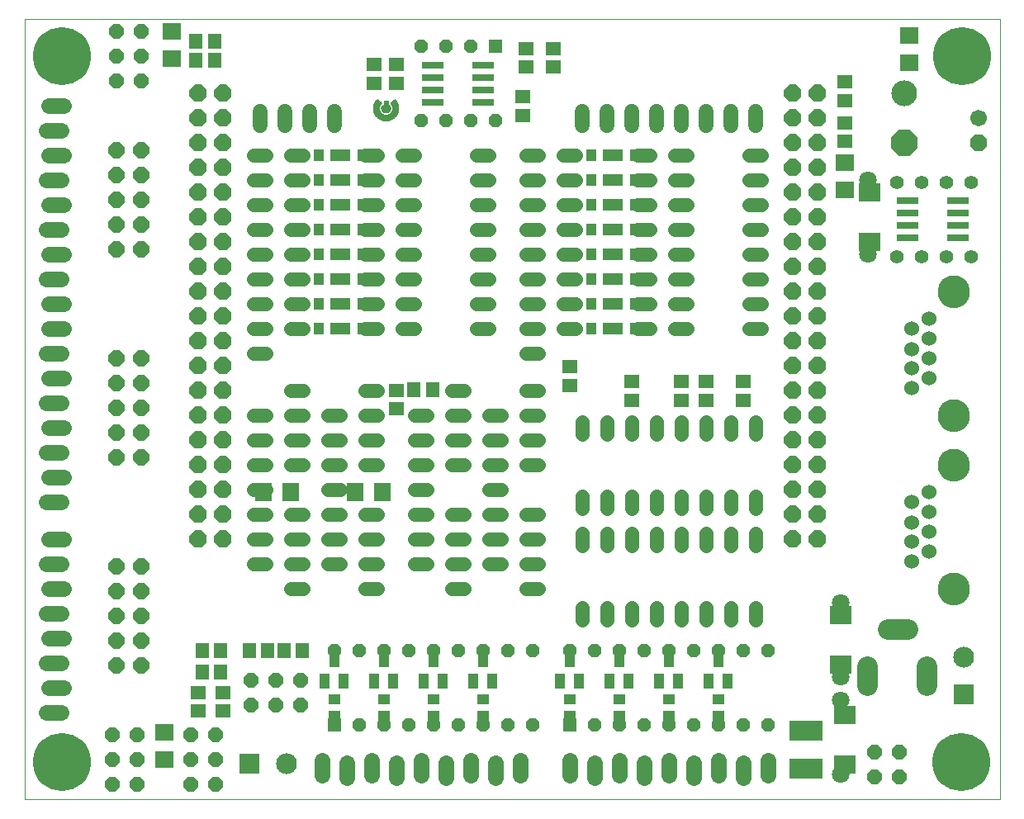
<source format=gts>
G75*
%MOIN*%
%OFA0B0*%
%FSLAX25Y25*%
%IPPOS*%
%LPD*%
%AMOC8*
5,1,8,0,0,1.08239X$1,22.5*
%
%ADD10C,0.00000*%
%ADD11OC8,0.07000*%
%ADD12C,0.23400*%
%ADD13C,0.08274*%
%ADD14C,0.06000*%
%ADD15C,0.12998*%
%ADD16R,0.05600X0.05600*%
%ADD17OC8,0.05600*%
%ADD18C,0.05600*%
%ADD19C,0.06400*%
%ADD20R,0.09061X0.02762*%
%ADD21C,0.10400*%
%ADD22OC8,0.10400*%
%ADD23C,0.07093*%
%ADD24R,0.07487X0.06699*%
%ADD25OC8,0.06700*%
%ADD26C,0.06700*%
%ADD27OC8,0.06000*%
%ADD28R,0.05518X0.06306*%
%ADD29R,0.06306X0.05518*%
%ADD30C,0.06000*%
%ADD31C,0.05600*%
%ADD32OC8,0.06337*%
%ADD33R,0.04337X0.05912*%
%ADD34R,0.04731X0.04337*%
%ADD35R,0.13786X0.07880*%
%ADD36R,0.04337X0.04731*%
%ADD37R,0.04140X0.04731*%
%ADD38R,0.02400X0.04400*%
%ADD39R,0.03600X0.02000*%
%ADD40C,0.00500*%
%ADD41R,0.06699X0.07487*%
%ADD42R,0.08400X0.08400*%
%ADD43C,0.08400*%
%ADD44R,0.09061X0.07487*%
D10*
X0003000Y0106000D02*
X0003000Y0420961D01*
X0396701Y0420961D01*
X0396701Y0106000D01*
X0003000Y0106000D01*
X0371701Y0191000D02*
X0371703Y0191158D01*
X0371709Y0191316D01*
X0371719Y0191474D01*
X0371733Y0191632D01*
X0371751Y0191789D01*
X0371772Y0191946D01*
X0371798Y0192102D01*
X0371828Y0192258D01*
X0371861Y0192413D01*
X0371899Y0192566D01*
X0371940Y0192719D01*
X0371985Y0192871D01*
X0372034Y0193022D01*
X0372087Y0193171D01*
X0372143Y0193319D01*
X0372203Y0193465D01*
X0372267Y0193610D01*
X0372335Y0193753D01*
X0372406Y0193895D01*
X0372480Y0194035D01*
X0372558Y0194172D01*
X0372640Y0194308D01*
X0372724Y0194442D01*
X0372813Y0194573D01*
X0372904Y0194702D01*
X0372999Y0194829D01*
X0373096Y0194954D01*
X0373197Y0195076D01*
X0373301Y0195195D01*
X0373408Y0195312D01*
X0373518Y0195426D01*
X0373631Y0195537D01*
X0373746Y0195646D01*
X0373864Y0195751D01*
X0373985Y0195853D01*
X0374108Y0195953D01*
X0374234Y0196049D01*
X0374362Y0196142D01*
X0374492Y0196232D01*
X0374625Y0196318D01*
X0374760Y0196402D01*
X0374896Y0196481D01*
X0375035Y0196558D01*
X0375176Y0196630D01*
X0375318Y0196700D01*
X0375462Y0196765D01*
X0375608Y0196827D01*
X0375755Y0196885D01*
X0375904Y0196940D01*
X0376054Y0196991D01*
X0376205Y0197038D01*
X0376357Y0197081D01*
X0376510Y0197120D01*
X0376665Y0197156D01*
X0376820Y0197187D01*
X0376976Y0197215D01*
X0377132Y0197239D01*
X0377289Y0197259D01*
X0377447Y0197275D01*
X0377604Y0197287D01*
X0377763Y0197295D01*
X0377921Y0197299D01*
X0378079Y0197299D01*
X0378237Y0197295D01*
X0378396Y0197287D01*
X0378553Y0197275D01*
X0378711Y0197259D01*
X0378868Y0197239D01*
X0379024Y0197215D01*
X0379180Y0197187D01*
X0379335Y0197156D01*
X0379490Y0197120D01*
X0379643Y0197081D01*
X0379795Y0197038D01*
X0379946Y0196991D01*
X0380096Y0196940D01*
X0380245Y0196885D01*
X0380392Y0196827D01*
X0380538Y0196765D01*
X0380682Y0196700D01*
X0380824Y0196630D01*
X0380965Y0196558D01*
X0381104Y0196481D01*
X0381240Y0196402D01*
X0381375Y0196318D01*
X0381508Y0196232D01*
X0381638Y0196142D01*
X0381766Y0196049D01*
X0381892Y0195953D01*
X0382015Y0195853D01*
X0382136Y0195751D01*
X0382254Y0195646D01*
X0382369Y0195537D01*
X0382482Y0195426D01*
X0382592Y0195312D01*
X0382699Y0195195D01*
X0382803Y0195076D01*
X0382904Y0194954D01*
X0383001Y0194829D01*
X0383096Y0194702D01*
X0383187Y0194573D01*
X0383276Y0194442D01*
X0383360Y0194308D01*
X0383442Y0194172D01*
X0383520Y0194035D01*
X0383594Y0193895D01*
X0383665Y0193753D01*
X0383733Y0193610D01*
X0383797Y0193465D01*
X0383857Y0193319D01*
X0383913Y0193171D01*
X0383966Y0193022D01*
X0384015Y0192871D01*
X0384060Y0192719D01*
X0384101Y0192566D01*
X0384139Y0192413D01*
X0384172Y0192258D01*
X0384202Y0192102D01*
X0384228Y0191946D01*
X0384249Y0191789D01*
X0384267Y0191632D01*
X0384281Y0191474D01*
X0384291Y0191316D01*
X0384297Y0191158D01*
X0384299Y0191000D01*
X0384297Y0190842D01*
X0384291Y0190684D01*
X0384281Y0190526D01*
X0384267Y0190368D01*
X0384249Y0190211D01*
X0384228Y0190054D01*
X0384202Y0189898D01*
X0384172Y0189742D01*
X0384139Y0189587D01*
X0384101Y0189434D01*
X0384060Y0189281D01*
X0384015Y0189129D01*
X0383966Y0188978D01*
X0383913Y0188829D01*
X0383857Y0188681D01*
X0383797Y0188535D01*
X0383733Y0188390D01*
X0383665Y0188247D01*
X0383594Y0188105D01*
X0383520Y0187965D01*
X0383442Y0187828D01*
X0383360Y0187692D01*
X0383276Y0187558D01*
X0383187Y0187427D01*
X0383096Y0187298D01*
X0383001Y0187171D01*
X0382904Y0187046D01*
X0382803Y0186924D01*
X0382699Y0186805D01*
X0382592Y0186688D01*
X0382482Y0186574D01*
X0382369Y0186463D01*
X0382254Y0186354D01*
X0382136Y0186249D01*
X0382015Y0186147D01*
X0381892Y0186047D01*
X0381766Y0185951D01*
X0381638Y0185858D01*
X0381508Y0185768D01*
X0381375Y0185682D01*
X0381240Y0185598D01*
X0381104Y0185519D01*
X0380965Y0185442D01*
X0380824Y0185370D01*
X0380682Y0185300D01*
X0380538Y0185235D01*
X0380392Y0185173D01*
X0380245Y0185115D01*
X0380096Y0185060D01*
X0379946Y0185009D01*
X0379795Y0184962D01*
X0379643Y0184919D01*
X0379490Y0184880D01*
X0379335Y0184844D01*
X0379180Y0184813D01*
X0379024Y0184785D01*
X0378868Y0184761D01*
X0378711Y0184741D01*
X0378553Y0184725D01*
X0378396Y0184713D01*
X0378237Y0184705D01*
X0378079Y0184701D01*
X0377921Y0184701D01*
X0377763Y0184705D01*
X0377604Y0184713D01*
X0377447Y0184725D01*
X0377289Y0184741D01*
X0377132Y0184761D01*
X0376976Y0184785D01*
X0376820Y0184813D01*
X0376665Y0184844D01*
X0376510Y0184880D01*
X0376357Y0184919D01*
X0376205Y0184962D01*
X0376054Y0185009D01*
X0375904Y0185060D01*
X0375755Y0185115D01*
X0375608Y0185173D01*
X0375462Y0185235D01*
X0375318Y0185300D01*
X0375176Y0185370D01*
X0375035Y0185442D01*
X0374896Y0185519D01*
X0374760Y0185598D01*
X0374625Y0185682D01*
X0374492Y0185768D01*
X0374362Y0185858D01*
X0374234Y0185951D01*
X0374108Y0186047D01*
X0373985Y0186147D01*
X0373864Y0186249D01*
X0373746Y0186354D01*
X0373631Y0186463D01*
X0373518Y0186574D01*
X0373408Y0186688D01*
X0373301Y0186805D01*
X0373197Y0186924D01*
X0373096Y0187046D01*
X0372999Y0187171D01*
X0372904Y0187298D01*
X0372813Y0187427D01*
X0372724Y0187558D01*
X0372640Y0187692D01*
X0372558Y0187828D01*
X0372480Y0187965D01*
X0372406Y0188105D01*
X0372335Y0188247D01*
X0372267Y0188390D01*
X0372203Y0188535D01*
X0372143Y0188681D01*
X0372087Y0188829D01*
X0372034Y0188978D01*
X0371985Y0189129D01*
X0371940Y0189281D01*
X0371899Y0189434D01*
X0371861Y0189587D01*
X0371828Y0189742D01*
X0371798Y0189898D01*
X0371772Y0190054D01*
X0371751Y0190211D01*
X0371733Y0190368D01*
X0371719Y0190526D01*
X0371709Y0190684D01*
X0371703Y0190842D01*
X0371701Y0191000D01*
X0371701Y0241000D02*
X0371703Y0241158D01*
X0371709Y0241316D01*
X0371719Y0241474D01*
X0371733Y0241632D01*
X0371751Y0241789D01*
X0371772Y0241946D01*
X0371798Y0242102D01*
X0371828Y0242258D01*
X0371861Y0242413D01*
X0371899Y0242566D01*
X0371940Y0242719D01*
X0371985Y0242871D01*
X0372034Y0243022D01*
X0372087Y0243171D01*
X0372143Y0243319D01*
X0372203Y0243465D01*
X0372267Y0243610D01*
X0372335Y0243753D01*
X0372406Y0243895D01*
X0372480Y0244035D01*
X0372558Y0244172D01*
X0372640Y0244308D01*
X0372724Y0244442D01*
X0372813Y0244573D01*
X0372904Y0244702D01*
X0372999Y0244829D01*
X0373096Y0244954D01*
X0373197Y0245076D01*
X0373301Y0245195D01*
X0373408Y0245312D01*
X0373518Y0245426D01*
X0373631Y0245537D01*
X0373746Y0245646D01*
X0373864Y0245751D01*
X0373985Y0245853D01*
X0374108Y0245953D01*
X0374234Y0246049D01*
X0374362Y0246142D01*
X0374492Y0246232D01*
X0374625Y0246318D01*
X0374760Y0246402D01*
X0374896Y0246481D01*
X0375035Y0246558D01*
X0375176Y0246630D01*
X0375318Y0246700D01*
X0375462Y0246765D01*
X0375608Y0246827D01*
X0375755Y0246885D01*
X0375904Y0246940D01*
X0376054Y0246991D01*
X0376205Y0247038D01*
X0376357Y0247081D01*
X0376510Y0247120D01*
X0376665Y0247156D01*
X0376820Y0247187D01*
X0376976Y0247215D01*
X0377132Y0247239D01*
X0377289Y0247259D01*
X0377447Y0247275D01*
X0377604Y0247287D01*
X0377763Y0247295D01*
X0377921Y0247299D01*
X0378079Y0247299D01*
X0378237Y0247295D01*
X0378396Y0247287D01*
X0378553Y0247275D01*
X0378711Y0247259D01*
X0378868Y0247239D01*
X0379024Y0247215D01*
X0379180Y0247187D01*
X0379335Y0247156D01*
X0379490Y0247120D01*
X0379643Y0247081D01*
X0379795Y0247038D01*
X0379946Y0246991D01*
X0380096Y0246940D01*
X0380245Y0246885D01*
X0380392Y0246827D01*
X0380538Y0246765D01*
X0380682Y0246700D01*
X0380824Y0246630D01*
X0380965Y0246558D01*
X0381104Y0246481D01*
X0381240Y0246402D01*
X0381375Y0246318D01*
X0381508Y0246232D01*
X0381638Y0246142D01*
X0381766Y0246049D01*
X0381892Y0245953D01*
X0382015Y0245853D01*
X0382136Y0245751D01*
X0382254Y0245646D01*
X0382369Y0245537D01*
X0382482Y0245426D01*
X0382592Y0245312D01*
X0382699Y0245195D01*
X0382803Y0245076D01*
X0382904Y0244954D01*
X0383001Y0244829D01*
X0383096Y0244702D01*
X0383187Y0244573D01*
X0383276Y0244442D01*
X0383360Y0244308D01*
X0383442Y0244172D01*
X0383520Y0244035D01*
X0383594Y0243895D01*
X0383665Y0243753D01*
X0383733Y0243610D01*
X0383797Y0243465D01*
X0383857Y0243319D01*
X0383913Y0243171D01*
X0383966Y0243022D01*
X0384015Y0242871D01*
X0384060Y0242719D01*
X0384101Y0242566D01*
X0384139Y0242413D01*
X0384172Y0242258D01*
X0384202Y0242102D01*
X0384228Y0241946D01*
X0384249Y0241789D01*
X0384267Y0241632D01*
X0384281Y0241474D01*
X0384291Y0241316D01*
X0384297Y0241158D01*
X0384299Y0241000D01*
X0384297Y0240842D01*
X0384291Y0240684D01*
X0384281Y0240526D01*
X0384267Y0240368D01*
X0384249Y0240211D01*
X0384228Y0240054D01*
X0384202Y0239898D01*
X0384172Y0239742D01*
X0384139Y0239587D01*
X0384101Y0239434D01*
X0384060Y0239281D01*
X0384015Y0239129D01*
X0383966Y0238978D01*
X0383913Y0238829D01*
X0383857Y0238681D01*
X0383797Y0238535D01*
X0383733Y0238390D01*
X0383665Y0238247D01*
X0383594Y0238105D01*
X0383520Y0237965D01*
X0383442Y0237828D01*
X0383360Y0237692D01*
X0383276Y0237558D01*
X0383187Y0237427D01*
X0383096Y0237298D01*
X0383001Y0237171D01*
X0382904Y0237046D01*
X0382803Y0236924D01*
X0382699Y0236805D01*
X0382592Y0236688D01*
X0382482Y0236574D01*
X0382369Y0236463D01*
X0382254Y0236354D01*
X0382136Y0236249D01*
X0382015Y0236147D01*
X0381892Y0236047D01*
X0381766Y0235951D01*
X0381638Y0235858D01*
X0381508Y0235768D01*
X0381375Y0235682D01*
X0381240Y0235598D01*
X0381104Y0235519D01*
X0380965Y0235442D01*
X0380824Y0235370D01*
X0380682Y0235300D01*
X0380538Y0235235D01*
X0380392Y0235173D01*
X0380245Y0235115D01*
X0380096Y0235060D01*
X0379946Y0235009D01*
X0379795Y0234962D01*
X0379643Y0234919D01*
X0379490Y0234880D01*
X0379335Y0234844D01*
X0379180Y0234813D01*
X0379024Y0234785D01*
X0378868Y0234761D01*
X0378711Y0234741D01*
X0378553Y0234725D01*
X0378396Y0234713D01*
X0378237Y0234705D01*
X0378079Y0234701D01*
X0377921Y0234701D01*
X0377763Y0234705D01*
X0377604Y0234713D01*
X0377447Y0234725D01*
X0377289Y0234741D01*
X0377132Y0234761D01*
X0376976Y0234785D01*
X0376820Y0234813D01*
X0376665Y0234844D01*
X0376510Y0234880D01*
X0376357Y0234919D01*
X0376205Y0234962D01*
X0376054Y0235009D01*
X0375904Y0235060D01*
X0375755Y0235115D01*
X0375608Y0235173D01*
X0375462Y0235235D01*
X0375318Y0235300D01*
X0375176Y0235370D01*
X0375035Y0235442D01*
X0374896Y0235519D01*
X0374760Y0235598D01*
X0374625Y0235682D01*
X0374492Y0235768D01*
X0374362Y0235858D01*
X0374234Y0235951D01*
X0374108Y0236047D01*
X0373985Y0236147D01*
X0373864Y0236249D01*
X0373746Y0236354D01*
X0373631Y0236463D01*
X0373518Y0236574D01*
X0373408Y0236688D01*
X0373301Y0236805D01*
X0373197Y0236924D01*
X0373096Y0237046D01*
X0372999Y0237171D01*
X0372904Y0237298D01*
X0372813Y0237427D01*
X0372724Y0237558D01*
X0372640Y0237692D01*
X0372558Y0237828D01*
X0372480Y0237965D01*
X0372406Y0238105D01*
X0372335Y0238247D01*
X0372267Y0238390D01*
X0372203Y0238535D01*
X0372143Y0238681D01*
X0372087Y0238829D01*
X0372034Y0238978D01*
X0371985Y0239129D01*
X0371940Y0239281D01*
X0371899Y0239434D01*
X0371861Y0239587D01*
X0371828Y0239742D01*
X0371798Y0239898D01*
X0371772Y0240054D01*
X0371751Y0240211D01*
X0371733Y0240368D01*
X0371719Y0240526D01*
X0371709Y0240684D01*
X0371703Y0240842D01*
X0371701Y0241000D01*
X0371701Y0261000D02*
X0371703Y0261158D01*
X0371709Y0261316D01*
X0371719Y0261474D01*
X0371733Y0261632D01*
X0371751Y0261789D01*
X0371772Y0261946D01*
X0371798Y0262102D01*
X0371828Y0262258D01*
X0371861Y0262413D01*
X0371899Y0262566D01*
X0371940Y0262719D01*
X0371985Y0262871D01*
X0372034Y0263022D01*
X0372087Y0263171D01*
X0372143Y0263319D01*
X0372203Y0263465D01*
X0372267Y0263610D01*
X0372335Y0263753D01*
X0372406Y0263895D01*
X0372480Y0264035D01*
X0372558Y0264172D01*
X0372640Y0264308D01*
X0372724Y0264442D01*
X0372813Y0264573D01*
X0372904Y0264702D01*
X0372999Y0264829D01*
X0373096Y0264954D01*
X0373197Y0265076D01*
X0373301Y0265195D01*
X0373408Y0265312D01*
X0373518Y0265426D01*
X0373631Y0265537D01*
X0373746Y0265646D01*
X0373864Y0265751D01*
X0373985Y0265853D01*
X0374108Y0265953D01*
X0374234Y0266049D01*
X0374362Y0266142D01*
X0374492Y0266232D01*
X0374625Y0266318D01*
X0374760Y0266402D01*
X0374896Y0266481D01*
X0375035Y0266558D01*
X0375176Y0266630D01*
X0375318Y0266700D01*
X0375462Y0266765D01*
X0375608Y0266827D01*
X0375755Y0266885D01*
X0375904Y0266940D01*
X0376054Y0266991D01*
X0376205Y0267038D01*
X0376357Y0267081D01*
X0376510Y0267120D01*
X0376665Y0267156D01*
X0376820Y0267187D01*
X0376976Y0267215D01*
X0377132Y0267239D01*
X0377289Y0267259D01*
X0377447Y0267275D01*
X0377604Y0267287D01*
X0377763Y0267295D01*
X0377921Y0267299D01*
X0378079Y0267299D01*
X0378237Y0267295D01*
X0378396Y0267287D01*
X0378553Y0267275D01*
X0378711Y0267259D01*
X0378868Y0267239D01*
X0379024Y0267215D01*
X0379180Y0267187D01*
X0379335Y0267156D01*
X0379490Y0267120D01*
X0379643Y0267081D01*
X0379795Y0267038D01*
X0379946Y0266991D01*
X0380096Y0266940D01*
X0380245Y0266885D01*
X0380392Y0266827D01*
X0380538Y0266765D01*
X0380682Y0266700D01*
X0380824Y0266630D01*
X0380965Y0266558D01*
X0381104Y0266481D01*
X0381240Y0266402D01*
X0381375Y0266318D01*
X0381508Y0266232D01*
X0381638Y0266142D01*
X0381766Y0266049D01*
X0381892Y0265953D01*
X0382015Y0265853D01*
X0382136Y0265751D01*
X0382254Y0265646D01*
X0382369Y0265537D01*
X0382482Y0265426D01*
X0382592Y0265312D01*
X0382699Y0265195D01*
X0382803Y0265076D01*
X0382904Y0264954D01*
X0383001Y0264829D01*
X0383096Y0264702D01*
X0383187Y0264573D01*
X0383276Y0264442D01*
X0383360Y0264308D01*
X0383442Y0264172D01*
X0383520Y0264035D01*
X0383594Y0263895D01*
X0383665Y0263753D01*
X0383733Y0263610D01*
X0383797Y0263465D01*
X0383857Y0263319D01*
X0383913Y0263171D01*
X0383966Y0263022D01*
X0384015Y0262871D01*
X0384060Y0262719D01*
X0384101Y0262566D01*
X0384139Y0262413D01*
X0384172Y0262258D01*
X0384202Y0262102D01*
X0384228Y0261946D01*
X0384249Y0261789D01*
X0384267Y0261632D01*
X0384281Y0261474D01*
X0384291Y0261316D01*
X0384297Y0261158D01*
X0384299Y0261000D01*
X0384297Y0260842D01*
X0384291Y0260684D01*
X0384281Y0260526D01*
X0384267Y0260368D01*
X0384249Y0260211D01*
X0384228Y0260054D01*
X0384202Y0259898D01*
X0384172Y0259742D01*
X0384139Y0259587D01*
X0384101Y0259434D01*
X0384060Y0259281D01*
X0384015Y0259129D01*
X0383966Y0258978D01*
X0383913Y0258829D01*
X0383857Y0258681D01*
X0383797Y0258535D01*
X0383733Y0258390D01*
X0383665Y0258247D01*
X0383594Y0258105D01*
X0383520Y0257965D01*
X0383442Y0257828D01*
X0383360Y0257692D01*
X0383276Y0257558D01*
X0383187Y0257427D01*
X0383096Y0257298D01*
X0383001Y0257171D01*
X0382904Y0257046D01*
X0382803Y0256924D01*
X0382699Y0256805D01*
X0382592Y0256688D01*
X0382482Y0256574D01*
X0382369Y0256463D01*
X0382254Y0256354D01*
X0382136Y0256249D01*
X0382015Y0256147D01*
X0381892Y0256047D01*
X0381766Y0255951D01*
X0381638Y0255858D01*
X0381508Y0255768D01*
X0381375Y0255682D01*
X0381240Y0255598D01*
X0381104Y0255519D01*
X0380965Y0255442D01*
X0380824Y0255370D01*
X0380682Y0255300D01*
X0380538Y0255235D01*
X0380392Y0255173D01*
X0380245Y0255115D01*
X0380096Y0255060D01*
X0379946Y0255009D01*
X0379795Y0254962D01*
X0379643Y0254919D01*
X0379490Y0254880D01*
X0379335Y0254844D01*
X0379180Y0254813D01*
X0379024Y0254785D01*
X0378868Y0254761D01*
X0378711Y0254741D01*
X0378553Y0254725D01*
X0378396Y0254713D01*
X0378237Y0254705D01*
X0378079Y0254701D01*
X0377921Y0254701D01*
X0377763Y0254705D01*
X0377604Y0254713D01*
X0377447Y0254725D01*
X0377289Y0254741D01*
X0377132Y0254761D01*
X0376976Y0254785D01*
X0376820Y0254813D01*
X0376665Y0254844D01*
X0376510Y0254880D01*
X0376357Y0254919D01*
X0376205Y0254962D01*
X0376054Y0255009D01*
X0375904Y0255060D01*
X0375755Y0255115D01*
X0375608Y0255173D01*
X0375462Y0255235D01*
X0375318Y0255300D01*
X0375176Y0255370D01*
X0375035Y0255442D01*
X0374896Y0255519D01*
X0374760Y0255598D01*
X0374625Y0255682D01*
X0374492Y0255768D01*
X0374362Y0255858D01*
X0374234Y0255951D01*
X0374108Y0256047D01*
X0373985Y0256147D01*
X0373864Y0256249D01*
X0373746Y0256354D01*
X0373631Y0256463D01*
X0373518Y0256574D01*
X0373408Y0256688D01*
X0373301Y0256805D01*
X0373197Y0256924D01*
X0373096Y0257046D01*
X0372999Y0257171D01*
X0372904Y0257298D01*
X0372813Y0257427D01*
X0372724Y0257558D01*
X0372640Y0257692D01*
X0372558Y0257828D01*
X0372480Y0257965D01*
X0372406Y0258105D01*
X0372335Y0258247D01*
X0372267Y0258390D01*
X0372203Y0258535D01*
X0372143Y0258681D01*
X0372087Y0258829D01*
X0372034Y0258978D01*
X0371985Y0259129D01*
X0371940Y0259281D01*
X0371899Y0259434D01*
X0371861Y0259587D01*
X0371828Y0259742D01*
X0371798Y0259898D01*
X0371772Y0260054D01*
X0371751Y0260211D01*
X0371733Y0260368D01*
X0371719Y0260526D01*
X0371709Y0260684D01*
X0371703Y0260842D01*
X0371701Y0261000D01*
X0371701Y0311000D02*
X0371703Y0311158D01*
X0371709Y0311316D01*
X0371719Y0311474D01*
X0371733Y0311632D01*
X0371751Y0311789D01*
X0371772Y0311946D01*
X0371798Y0312102D01*
X0371828Y0312258D01*
X0371861Y0312413D01*
X0371899Y0312566D01*
X0371940Y0312719D01*
X0371985Y0312871D01*
X0372034Y0313022D01*
X0372087Y0313171D01*
X0372143Y0313319D01*
X0372203Y0313465D01*
X0372267Y0313610D01*
X0372335Y0313753D01*
X0372406Y0313895D01*
X0372480Y0314035D01*
X0372558Y0314172D01*
X0372640Y0314308D01*
X0372724Y0314442D01*
X0372813Y0314573D01*
X0372904Y0314702D01*
X0372999Y0314829D01*
X0373096Y0314954D01*
X0373197Y0315076D01*
X0373301Y0315195D01*
X0373408Y0315312D01*
X0373518Y0315426D01*
X0373631Y0315537D01*
X0373746Y0315646D01*
X0373864Y0315751D01*
X0373985Y0315853D01*
X0374108Y0315953D01*
X0374234Y0316049D01*
X0374362Y0316142D01*
X0374492Y0316232D01*
X0374625Y0316318D01*
X0374760Y0316402D01*
X0374896Y0316481D01*
X0375035Y0316558D01*
X0375176Y0316630D01*
X0375318Y0316700D01*
X0375462Y0316765D01*
X0375608Y0316827D01*
X0375755Y0316885D01*
X0375904Y0316940D01*
X0376054Y0316991D01*
X0376205Y0317038D01*
X0376357Y0317081D01*
X0376510Y0317120D01*
X0376665Y0317156D01*
X0376820Y0317187D01*
X0376976Y0317215D01*
X0377132Y0317239D01*
X0377289Y0317259D01*
X0377447Y0317275D01*
X0377604Y0317287D01*
X0377763Y0317295D01*
X0377921Y0317299D01*
X0378079Y0317299D01*
X0378237Y0317295D01*
X0378396Y0317287D01*
X0378553Y0317275D01*
X0378711Y0317259D01*
X0378868Y0317239D01*
X0379024Y0317215D01*
X0379180Y0317187D01*
X0379335Y0317156D01*
X0379490Y0317120D01*
X0379643Y0317081D01*
X0379795Y0317038D01*
X0379946Y0316991D01*
X0380096Y0316940D01*
X0380245Y0316885D01*
X0380392Y0316827D01*
X0380538Y0316765D01*
X0380682Y0316700D01*
X0380824Y0316630D01*
X0380965Y0316558D01*
X0381104Y0316481D01*
X0381240Y0316402D01*
X0381375Y0316318D01*
X0381508Y0316232D01*
X0381638Y0316142D01*
X0381766Y0316049D01*
X0381892Y0315953D01*
X0382015Y0315853D01*
X0382136Y0315751D01*
X0382254Y0315646D01*
X0382369Y0315537D01*
X0382482Y0315426D01*
X0382592Y0315312D01*
X0382699Y0315195D01*
X0382803Y0315076D01*
X0382904Y0314954D01*
X0383001Y0314829D01*
X0383096Y0314702D01*
X0383187Y0314573D01*
X0383276Y0314442D01*
X0383360Y0314308D01*
X0383442Y0314172D01*
X0383520Y0314035D01*
X0383594Y0313895D01*
X0383665Y0313753D01*
X0383733Y0313610D01*
X0383797Y0313465D01*
X0383857Y0313319D01*
X0383913Y0313171D01*
X0383966Y0313022D01*
X0384015Y0312871D01*
X0384060Y0312719D01*
X0384101Y0312566D01*
X0384139Y0312413D01*
X0384172Y0312258D01*
X0384202Y0312102D01*
X0384228Y0311946D01*
X0384249Y0311789D01*
X0384267Y0311632D01*
X0384281Y0311474D01*
X0384291Y0311316D01*
X0384297Y0311158D01*
X0384299Y0311000D01*
X0384297Y0310842D01*
X0384291Y0310684D01*
X0384281Y0310526D01*
X0384267Y0310368D01*
X0384249Y0310211D01*
X0384228Y0310054D01*
X0384202Y0309898D01*
X0384172Y0309742D01*
X0384139Y0309587D01*
X0384101Y0309434D01*
X0384060Y0309281D01*
X0384015Y0309129D01*
X0383966Y0308978D01*
X0383913Y0308829D01*
X0383857Y0308681D01*
X0383797Y0308535D01*
X0383733Y0308390D01*
X0383665Y0308247D01*
X0383594Y0308105D01*
X0383520Y0307965D01*
X0383442Y0307828D01*
X0383360Y0307692D01*
X0383276Y0307558D01*
X0383187Y0307427D01*
X0383096Y0307298D01*
X0383001Y0307171D01*
X0382904Y0307046D01*
X0382803Y0306924D01*
X0382699Y0306805D01*
X0382592Y0306688D01*
X0382482Y0306574D01*
X0382369Y0306463D01*
X0382254Y0306354D01*
X0382136Y0306249D01*
X0382015Y0306147D01*
X0381892Y0306047D01*
X0381766Y0305951D01*
X0381638Y0305858D01*
X0381508Y0305768D01*
X0381375Y0305682D01*
X0381240Y0305598D01*
X0381104Y0305519D01*
X0380965Y0305442D01*
X0380824Y0305370D01*
X0380682Y0305300D01*
X0380538Y0305235D01*
X0380392Y0305173D01*
X0380245Y0305115D01*
X0380096Y0305060D01*
X0379946Y0305009D01*
X0379795Y0304962D01*
X0379643Y0304919D01*
X0379490Y0304880D01*
X0379335Y0304844D01*
X0379180Y0304813D01*
X0379024Y0304785D01*
X0378868Y0304761D01*
X0378711Y0304741D01*
X0378553Y0304725D01*
X0378396Y0304713D01*
X0378237Y0304705D01*
X0378079Y0304701D01*
X0377921Y0304701D01*
X0377763Y0304705D01*
X0377604Y0304713D01*
X0377447Y0304725D01*
X0377289Y0304741D01*
X0377132Y0304761D01*
X0376976Y0304785D01*
X0376820Y0304813D01*
X0376665Y0304844D01*
X0376510Y0304880D01*
X0376357Y0304919D01*
X0376205Y0304962D01*
X0376054Y0305009D01*
X0375904Y0305060D01*
X0375755Y0305115D01*
X0375608Y0305173D01*
X0375462Y0305235D01*
X0375318Y0305300D01*
X0375176Y0305370D01*
X0375035Y0305442D01*
X0374896Y0305519D01*
X0374760Y0305598D01*
X0374625Y0305682D01*
X0374492Y0305768D01*
X0374362Y0305858D01*
X0374234Y0305951D01*
X0374108Y0306047D01*
X0373985Y0306147D01*
X0373864Y0306249D01*
X0373746Y0306354D01*
X0373631Y0306463D01*
X0373518Y0306574D01*
X0373408Y0306688D01*
X0373301Y0306805D01*
X0373197Y0306924D01*
X0373096Y0307046D01*
X0372999Y0307171D01*
X0372904Y0307298D01*
X0372813Y0307427D01*
X0372724Y0307558D01*
X0372640Y0307692D01*
X0372558Y0307828D01*
X0372480Y0307965D01*
X0372406Y0308105D01*
X0372335Y0308247D01*
X0372267Y0308390D01*
X0372203Y0308535D01*
X0372143Y0308681D01*
X0372087Y0308829D01*
X0372034Y0308978D01*
X0371985Y0309129D01*
X0371940Y0309281D01*
X0371899Y0309434D01*
X0371861Y0309587D01*
X0371828Y0309742D01*
X0371798Y0309898D01*
X0371772Y0310054D01*
X0371751Y0310211D01*
X0371733Y0310368D01*
X0371719Y0310526D01*
X0371709Y0310684D01*
X0371703Y0310842D01*
X0371701Y0311000D01*
D11*
X0323000Y0311000D03*
X0323000Y0301000D03*
X0323000Y0291000D03*
X0323000Y0281000D03*
X0323000Y0271000D03*
X0323000Y0261000D03*
X0323000Y0251000D03*
X0323000Y0241000D03*
X0323000Y0231000D03*
X0323000Y0221000D03*
X0323000Y0211000D03*
X0313000Y0211000D03*
X0313000Y0221000D03*
X0313000Y0231000D03*
X0313000Y0241000D03*
X0313000Y0251000D03*
X0313000Y0261000D03*
X0313000Y0271000D03*
X0313000Y0281000D03*
X0313000Y0291000D03*
X0313000Y0301000D03*
X0313000Y0311000D03*
X0313000Y0321000D03*
X0313000Y0331000D03*
X0313000Y0341000D03*
X0313000Y0351000D03*
X0313000Y0361000D03*
X0313000Y0371000D03*
X0313000Y0381000D03*
X0313000Y0391000D03*
X0323000Y0391000D03*
X0323000Y0381000D03*
X0323000Y0371000D03*
X0323000Y0361000D03*
X0323000Y0351000D03*
X0323000Y0341000D03*
X0323000Y0331000D03*
X0323000Y0321000D03*
X0083000Y0321000D03*
X0083000Y0311000D03*
X0083000Y0301000D03*
X0083000Y0291000D03*
X0083000Y0281000D03*
X0083000Y0271000D03*
X0083000Y0261000D03*
X0083000Y0251000D03*
X0083000Y0241000D03*
X0083000Y0231000D03*
X0083000Y0221000D03*
X0083000Y0211000D03*
X0073000Y0211000D03*
X0073000Y0221000D03*
X0073000Y0231000D03*
X0073000Y0241000D03*
X0073000Y0251000D03*
X0073000Y0261000D03*
X0073000Y0271000D03*
X0073000Y0281000D03*
X0073000Y0291000D03*
X0073000Y0301000D03*
X0073000Y0311000D03*
X0073000Y0321000D03*
X0073000Y0331000D03*
X0073000Y0341000D03*
X0073000Y0351000D03*
X0073000Y0361000D03*
X0073000Y0371000D03*
X0073000Y0381000D03*
X0073000Y0391000D03*
X0083000Y0391000D03*
X0083000Y0381000D03*
X0083000Y0371000D03*
X0083000Y0361000D03*
X0083000Y0351000D03*
X0083000Y0341000D03*
X0083000Y0331000D03*
D12*
X0018000Y0406000D03*
X0018000Y0121000D03*
X0381000Y0121000D03*
X0381500Y0406000D03*
D13*
X0359437Y0174898D02*
X0351563Y0174898D01*
X0343295Y0159937D02*
X0343295Y0152063D01*
X0367311Y0152063D02*
X0367311Y0159937D01*
D14*
X0360992Y0202004D03*
X0360992Y0210035D03*
X0360992Y0217949D03*
X0360992Y0225980D03*
X0368000Y0221965D03*
X0368000Y0214051D03*
X0368000Y0206020D03*
X0368000Y0229996D03*
X0360992Y0272004D03*
X0360992Y0280035D03*
X0360992Y0287949D03*
X0368000Y0284051D03*
X0368000Y0276020D03*
X0368000Y0291965D03*
X0368000Y0299996D03*
X0360992Y0295980D03*
D15*
X0378000Y0311000D03*
X0378000Y0261000D03*
X0378000Y0241000D03*
X0378000Y0191000D03*
D16*
X0223000Y0136000D03*
X0128000Y0136000D03*
X0193000Y0410000D03*
D17*
X0183000Y0410000D03*
X0173000Y0410000D03*
X0163000Y0410000D03*
X0163000Y0380000D03*
X0173000Y0380000D03*
X0183000Y0380000D03*
X0193000Y0380000D03*
X0188000Y0166000D03*
X0198000Y0166000D03*
X0208000Y0166000D03*
X0223000Y0166000D03*
X0233000Y0166000D03*
X0243000Y0166000D03*
X0253000Y0166000D03*
X0263000Y0166000D03*
X0273000Y0166000D03*
X0283000Y0166000D03*
X0293000Y0166000D03*
X0303000Y0166000D03*
X0303000Y0136000D03*
X0293000Y0136000D03*
X0283000Y0136000D03*
X0273000Y0136000D03*
X0263000Y0136000D03*
X0253000Y0136000D03*
X0243000Y0136000D03*
X0233000Y0136000D03*
X0208000Y0136000D03*
X0198000Y0136000D03*
X0188000Y0136000D03*
X0178000Y0136000D03*
X0168000Y0136000D03*
X0158000Y0136000D03*
X0148000Y0136000D03*
X0138000Y0136000D03*
X0138000Y0166000D03*
X0128000Y0166000D03*
X0148000Y0166000D03*
X0158000Y0166000D03*
X0168000Y0166000D03*
X0178000Y0166000D03*
D18*
X0180600Y0191000D02*
X0175400Y0191000D01*
X0175400Y0201000D02*
X0180600Y0201000D01*
X0190400Y0201000D02*
X0195600Y0201000D01*
X0195600Y0211000D02*
X0190400Y0211000D01*
X0180600Y0211000D02*
X0175400Y0211000D01*
X0165600Y0211000D02*
X0160400Y0211000D01*
X0160400Y0201000D02*
X0165600Y0201000D01*
X0165600Y0221000D02*
X0160400Y0221000D01*
X0160400Y0231000D02*
X0165600Y0231000D01*
X0165600Y0241000D02*
X0160400Y0241000D01*
X0160400Y0251000D02*
X0165600Y0251000D01*
X0175400Y0251000D02*
X0180600Y0251000D01*
X0190400Y0251000D02*
X0195600Y0251000D01*
X0195600Y0241000D02*
X0190400Y0241000D01*
X0180600Y0241000D02*
X0175400Y0241000D01*
X0190400Y0231000D02*
X0195600Y0231000D01*
X0195600Y0221000D02*
X0190400Y0221000D01*
X0180600Y0221000D02*
X0175400Y0221000D01*
X0145600Y0221000D02*
X0140400Y0221000D01*
X0140400Y0211000D02*
X0145600Y0211000D01*
X0145600Y0201000D02*
X0140400Y0201000D01*
X0140400Y0191000D02*
X0145600Y0191000D01*
X0130600Y0201000D02*
X0125400Y0201000D01*
X0125400Y0211000D02*
X0130600Y0211000D01*
X0130600Y0221000D02*
X0125400Y0221000D01*
X0125400Y0231000D02*
X0130600Y0231000D01*
X0130600Y0241000D02*
X0125400Y0241000D01*
X0125400Y0251000D02*
X0130600Y0251000D01*
X0130600Y0261000D02*
X0125400Y0261000D01*
X0115600Y0261000D02*
X0110400Y0261000D01*
X0100600Y0261000D02*
X0095400Y0261000D01*
X0095400Y0251000D02*
X0100600Y0251000D01*
X0110400Y0251000D02*
X0115600Y0251000D01*
X0115600Y0241000D02*
X0110400Y0241000D01*
X0100600Y0241000D02*
X0095400Y0241000D01*
X0095400Y0231000D02*
X0100600Y0231000D01*
X0100600Y0221000D02*
X0095400Y0221000D01*
X0095400Y0211000D02*
X0100600Y0211000D01*
X0110400Y0211000D02*
X0115600Y0211000D01*
X0115600Y0201000D02*
X0110400Y0201000D01*
X0100600Y0201000D02*
X0095400Y0201000D01*
X0110400Y0191000D02*
X0115600Y0191000D01*
X0115600Y0221000D02*
X0110400Y0221000D01*
X0140400Y0241000D02*
X0145600Y0241000D01*
X0145600Y0251000D02*
X0140400Y0251000D01*
X0140400Y0261000D02*
X0145600Y0261000D01*
X0145600Y0271000D02*
X0140400Y0271000D01*
X0160400Y0261000D02*
X0165600Y0261000D01*
X0175400Y0261000D02*
X0180600Y0261000D01*
X0190400Y0261000D02*
X0195600Y0261000D01*
X0205400Y0261000D02*
X0210600Y0261000D01*
X0210600Y0251000D02*
X0205400Y0251000D01*
X0205400Y0241000D02*
X0210600Y0241000D01*
X0210600Y0221000D02*
X0205400Y0221000D01*
X0205400Y0211000D02*
X0210600Y0211000D01*
X0210600Y0201000D02*
X0205400Y0201000D01*
X0205400Y0191000D02*
X0210600Y0191000D01*
X0228000Y0183600D02*
X0228000Y0178400D01*
X0238000Y0178400D02*
X0238000Y0183600D01*
X0248000Y0183600D02*
X0248000Y0178400D01*
X0258000Y0178400D02*
X0258000Y0183600D01*
X0268000Y0183600D02*
X0268000Y0178400D01*
X0278000Y0178400D02*
X0278000Y0183600D01*
X0288000Y0183600D02*
X0288000Y0178400D01*
X0298000Y0178400D02*
X0298000Y0183600D01*
X0298000Y0208400D02*
X0298000Y0213600D01*
X0298000Y0223400D02*
X0298000Y0228600D01*
X0288000Y0228600D02*
X0288000Y0223400D01*
X0288000Y0213600D02*
X0288000Y0208400D01*
X0278000Y0208400D02*
X0278000Y0213600D01*
X0278000Y0223400D02*
X0278000Y0228600D01*
X0268000Y0228600D02*
X0268000Y0223400D01*
X0268000Y0213600D02*
X0268000Y0208400D01*
X0258000Y0208400D02*
X0258000Y0213600D01*
X0258000Y0223400D02*
X0258000Y0228600D01*
X0248000Y0228600D02*
X0248000Y0223400D01*
X0248000Y0213600D02*
X0248000Y0208400D01*
X0238000Y0208400D02*
X0238000Y0213600D01*
X0238000Y0223400D02*
X0238000Y0228600D01*
X0228000Y0228600D02*
X0228000Y0223400D01*
X0228000Y0213600D02*
X0228000Y0208400D01*
X0228000Y0253400D02*
X0228000Y0258600D01*
X0238000Y0258600D02*
X0238000Y0253400D01*
X0248000Y0253400D02*
X0248000Y0258600D01*
X0258000Y0258600D02*
X0258000Y0253400D01*
X0268000Y0253400D02*
X0268000Y0258600D01*
X0278000Y0258600D02*
X0278000Y0253400D01*
X0288000Y0253400D02*
X0288000Y0258600D01*
X0298000Y0258600D02*
X0298000Y0253400D01*
X0295400Y0296000D02*
X0300600Y0296000D01*
X0300600Y0306000D02*
X0295400Y0306000D01*
X0295400Y0316000D02*
X0300600Y0316000D01*
X0300600Y0326000D02*
X0295400Y0326000D01*
X0295400Y0336000D02*
X0300600Y0336000D01*
X0300600Y0346000D02*
X0295400Y0346000D01*
X0295400Y0356000D02*
X0300600Y0356000D01*
X0300600Y0366000D02*
X0295400Y0366000D01*
X0270600Y0366000D02*
X0265400Y0366000D01*
X0265400Y0356000D02*
X0270600Y0356000D01*
X0270600Y0346000D02*
X0265400Y0346000D01*
X0265400Y0336000D02*
X0270600Y0336000D01*
X0270600Y0326000D02*
X0265400Y0326000D01*
X0265400Y0316000D02*
X0270600Y0316000D01*
X0270600Y0306000D02*
X0265400Y0306000D01*
X0265400Y0296000D02*
X0270600Y0296000D01*
X0255600Y0296000D02*
X0250400Y0296000D01*
X0250400Y0306000D02*
X0255600Y0306000D01*
X0255600Y0316000D02*
X0250400Y0316000D01*
X0250400Y0326000D02*
X0255600Y0326000D01*
X0255600Y0336000D02*
X0250400Y0336000D01*
X0250400Y0346000D02*
X0255600Y0346000D01*
X0255600Y0356000D02*
X0250400Y0356000D01*
X0250400Y0366000D02*
X0255600Y0366000D01*
X0225600Y0366000D02*
X0220400Y0366000D01*
X0220400Y0356000D02*
X0225600Y0356000D01*
X0225600Y0346000D02*
X0220400Y0346000D01*
X0220400Y0336000D02*
X0225600Y0336000D01*
X0225600Y0326000D02*
X0220400Y0326000D01*
X0220400Y0316000D02*
X0225600Y0316000D01*
X0225600Y0306000D02*
X0220400Y0306000D01*
X0220400Y0296000D02*
X0225600Y0296000D01*
X0210600Y0296000D02*
X0205400Y0296000D01*
X0205400Y0286000D02*
X0210600Y0286000D01*
X0210600Y0271000D02*
X0205400Y0271000D01*
X0190600Y0296000D02*
X0185400Y0296000D01*
X0185400Y0306000D02*
X0190600Y0306000D01*
X0190600Y0316000D02*
X0185400Y0316000D01*
X0185400Y0326000D02*
X0190600Y0326000D01*
X0190600Y0336000D02*
X0185400Y0336000D01*
X0185400Y0346000D02*
X0190600Y0346000D01*
X0190600Y0356000D02*
X0185400Y0356000D01*
X0185400Y0366000D02*
X0190600Y0366000D01*
X0205400Y0366000D02*
X0210600Y0366000D01*
X0210600Y0356000D02*
X0205400Y0356000D01*
X0205400Y0346000D02*
X0210600Y0346000D01*
X0210600Y0336000D02*
X0205400Y0336000D01*
X0205400Y0326000D02*
X0210600Y0326000D01*
X0210600Y0316000D02*
X0205400Y0316000D01*
X0205400Y0306000D02*
X0210600Y0306000D01*
X0180600Y0271000D02*
X0175400Y0271000D01*
X0160600Y0296000D02*
X0155400Y0296000D01*
X0145600Y0296000D02*
X0140400Y0296000D01*
X0140400Y0306000D02*
X0145600Y0306000D01*
X0155400Y0306000D02*
X0160600Y0306000D01*
X0160600Y0316000D02*
X0155400Y0316000D01*
X0145600Y0316000D02*
X0140400Y0316000D01*
X0140400Y0326000D02*
X0145600Y0326000D01*
X0155400Y0326000D02*
X0160600Y0326000D01*
X0160600Y0336000D02*
X0155400Y0336000D01*
X0155400Y0346000D02*
X0160600Y0346000D01*
X0160600Y0356000D02*
X0155400Y0356000D01*
X0145600Y0356000D02*
X0140400Y0356000D01*
X0140400Y0346000D02*
X0145600Y0346000D01*
X0145600Y0336000D02*
X0140400Y0336000D01*
X0140400Y0366000D02*
X0145600Y0366000D01*
X0155400Y0366000D02*
X0160600Y0366000D01*
X0115600Y0366000D02*
X0110400Y0366000D01*
X0100600Y0366000D02*
X0095400Y0366000D01*
X0095400Y0356000D02*
X0100600Y0356000D01*
X0110400Y0356000D02*
X0115600Y0356000D01*
X0115600Y0346000D02*
X0110400Y0346000D01*
X0110400Y0336000D02*
X0115600Y0336000D01*
X0115600Y0326000D02*
X0110400Y0326000D01*
X0100600Y0326000D02*
X0095400Y0326000D01*
X0095400Y0316000D02*
X0100600Y0316000D01*
X0110400Y0316000D02*
X0115600Y0316000D01*
X0115600Y0306000D02*
X0110400Y0306000D01*
X0100600Y0306000D02*
X0095400Y0306000D01*
X0095400Y0296000D02*
X0100600Y0296000D01*
X0110400Y0296000D02*
X0115600Y0296000D01*
X0100600Y0286000D02*
X0095400Y0286000D01*
X0110400Y0271000D02*
X0115600Y0271000D01*
X0100600Y0336000D02*
X0095400Y0336000D01*
X0095400Y0346000D02*
X0100600Y0346000D01*
D19*
X0018705Y0346000D02*
X0012705Y0346000D01*
X0011705Y0336000D02*
X0017705Y0336000D01*
X0018705Y0326000D02*
X0012705Y0326000D01*
X0011705Y0316000D02*
X0017705Y0316000D01*
X0018705Y0306000D02*
X0012705Y0306000D01*
X0012705Y0296000D02*
X0018705Y0296000D01*
X0017705Y0286000D02*
X0011705Y0286000D01*
X0012705Y0276000D02*
X0018705Y0276000D01*
X0017705Y0266000D02*
X0011705Y0266000D01*
X0012705Y0256000D02*
X0018705Y0256000D01*
X0017705Y0246000D02*
X0011705Y0246000D01*
X0012705Y0236000D02*
X0018705Y0236000D01*
X0017705Y0226000D02*
X0011705Y0226000D01*
X0012705Y0211000D02*
X0018705Y0211000D01*
X0017705Y0201000D02*
X0011705Y0201000D01*
X0012705Y0191000D02*
X0018705Y0191000D01*
X0017705Y0181000D02*
X0011705Y0181000D01*
X0012705Y0171000D02*
X0018705Y0171000D01*
X0017705Y0161000D02*
X0011705Y0161000D01*
X0012705Y0151000D02*
X0018705Y0151000D01*
X0017705Y0141000D02*
X0011705Y0141000D01*
X0123000Y0121705D02*
X0123000Y0115705D01*
X0133000Y0114705D02*
X0133000Y0120705D01*
X0143000Y0121705D02*
X0143000Y0115705D01*
X0153000Y0114705D02*
X0153000Y0120705D01*
X0163000Y0121705D02*
X0163000Y0115705D01*
X0173000Y0114705D02*
X0173000Y0120705D01*
X0183000Y0121705D02*
X0183000Y0115705D01*
X0193000Y0114705D02*
X0193000Y0120705D01*
X0203000Y0121705D02*
X0203000Y0115705D01*
X0223000Y0115705D02*
X0223000Y0121705D01*
X0233000Y0120705D02*
X0233000Y0114705D01*
X0243000Y0115705D02*
X0243000Y0121705D01*
X0253000Y0120705D02*
X0253000Y0114705D01*
X0263000Y0115705D02*
X0263000Y0121705D01*
X0273000Y0120705D02*
X0273000Y0114705D01*
X0283000Y0115705D02*
X0283000Y0121705D01*
X0293000Y0120705D02*
X0293000Y0114705D01*
X0303000Y0115705D02*
X0303000Y0121705D01*
X0017705Y0356000D02*
X0011705Y0356000D01*
X0012705Y0366000D02*
X0018705Y0366000D01*
X0017705Y0376000D02*
X0011705Y0376000D01*
X0012705Y0386000D02*
X0018705Y0386000D01*
D20*
X0167764Y0387500D03*
X0167764Y0392500D03*
X0167764Y0397500D03*
X0167764Y0402500D03*
X0188236Y0402500D03*
X0188236Y0397500D03*
X0188236Y0392500D03*
X0188236Y0387500D03*
X0359364Y0347900D03*
X0359364Y0342900D03*
X0359364Y0337900D03*
X0359364Y0332900D03*
X0379836Y0332900D03*
X0379836Y0337900D03*
X0379836Y0342900D03*
X0379836Y0347900D03*
D21*
X0358000Y0391000D03*
D22*
X0358000Y0371000D03*
D23*
X0343500Y0356000D03*
X0343500Y0326000D03*
X0332500Y0185500D03*
X0332500Y0155500D03*
X0332500Y0146000D03*
X0332500Y0116000D03*
D24*
X0334000Y0351988D03*
X0334000Y0363012D03*
X0360200Y0403588D03*
X0360200Y0414612D03*
X0062500Y0416000D03*
X0062500Y0404976D03*
X0059500Y0133000D03*
X0059500Y0121976D03*
D25*
X0388000Y0371000D03*
D26*
X0388000Y0381000D03*
D27*
X0356000Y0125000D03*
X0356000Y0115000D03*
X0346000Y0115000D03*
X0346000Y0125000D03*
X0114500Y0144000D03*
X0114500Y0154000D03*
X0104500Y0154000D03*
X0104500Y0144000D03*
X0094500Y0144000D03*
X0094500Y0154000D03*
X0080000Y0132000D03*
X0080000Y0122000D03*
X0080000Y0112000D03*
X0070000Y0112000D03*
X0070000Y0122000D03*
X0070000Y0132000D03*
X0048500Y0132000D03*
X0048500Y0122000D03*
X0048500Y0112000D03*
X0038500Y0112000D03*
X0038500Y0122000D03*
X0038500Y0132000D03*
X0040000Y0396000D03*
X0040000Y0406000D03*
X0040000Y0416000D03*
X0050000Y0416000D03*
X0050000Y0406000D03*
X0050000Y0396000D03*
D28*
X0072260Y0404500D03*
X0079740Y0404500D03*
X0079740Y0412000D03*
X0072260Y0412000D03*
X0160260Y0271500D03*
X0167740Y0271500D03*
X0115240Y0166000D03*
X0107760Y0166000D03*
X0101240Y0166000D03*
X0093760Y0166000D03*
X0082240Y0166000D03*
X0074760Y0166000D03*
X0074760Y0157500D03*
X0082240Y0157500D03*
D29*
X0083000Y0149240D03*
X0083000Y0141760D03*
X0073000Y0141760D03*
X0073000Y0149240D03*
X0153000Y0263760D03*
X0153000Y0271240D03*
X0223000Y0273260D03*
X0223000Y0280740D03*
X0248000Y0274740D03*
X0248000Y0267260D03*
X0268000Y0267260D03*
X0268000Y0274740D03*
X0278000Y0274740D03*
X0278000Y0267260D03*
X0293000Y0267260D03*
X0293000Y0274740D03*
X0334000Y0371760D03*
X0334000Y0379240D03*
X0334000Y0388260D03*
X0334000Y0395740D03*
X0216500Y0401760D03*
X0216500Y0409240D03*
X0205500Y0409240D03*
X0205500Y0401760D03*
X0204000Y0389740D03*
X0204000Y0382260D03*
X0153000Y0395260D03*
X0153000Y0402740D03*
X0144000Y0402740D03*
X0144000Y0395260D03*
D30*
X0128000Y0383800D02*
X0128000Y0378200D01*
X0118000Y0378200D02*
X0118000Y0383800D01*
X0108000Y0383800D02*
X0108000Y0378200D01*
X0098000Y0378200D02*
X0098000Y0383800D01*
X0228000Y0383800D02*
X0228000Y0378200D01*
X0238000Y0378200D02*
X0238000Y0383800D01*
X0248000Y0383800D02*
X0248000Y0378200D01*
X0258000Y0378200D02*
X0258000Y0383800D01*
X0268000Y0383800D02*
X0268000Y0378200D01*
X0278000Y0378200D02*
X0278000Y0383800D01*
X0288000Y0383800D02*
X0288000Y0378200D01*
X0298000Y0378200D02*
X0298000Y0383800D01*
D31*
X0355000Y0355200D03*
X0365000Y0355200D03*
X0375000Y0355200D03*
X0385000Y0355200D03*
X0385000Y0325200D03*
X0375000Y0325200D03*
X0365000Y0325200D03*
X0355000Y0325200D03*
D32*
X0050000Y0328000D03*
X0050000Y0338000D03*
X0050000Y0348000D03*
X0050000Y0358000D03*
X0050000Y0368000D03*
X0040000Y0368000D03*
X0040000Y0358000D03*
X0040000Y0348000D03*
X0040000Y0338000D03*
X0040000Y0328000D03*
X0040000Y0284000D03*
X0040000Y0274000D03*
X0040000Y0264000D03*
X0040000Y0254000D03*
X0040000Y0244000D03*
X0050000Y0244000D03*
X0050000Y0254000D03*
X0050000Y0264000D03*
X0050000Y0274000D03*
X0050000Y0284000D03*
X0050000Y0200000D03*
X0050000Y0190000D03*
X0050000Y0180000D03*
X0050000Y0170000D03*
X0050000Y0160000D03*
X0040000Y0160000D03*
X0040000Y0170000D03*
X0040000Y0180000D03*
X0040000Y0190000D03*
X0040000Y0200000D03*
D33*
X0124260Y0153669D03*
X0131740Y0153669D03*
X0128000Y0162331D03*
X0144260Y0153669D03*
X0151740Y0153669D03*
X0148000Y0162331D03*
X0164260Y0153669D03*
X0171740Y0153669D03*
X0168000Y0162331D03*
X0184260Y0153669D03*
X0191740Y0153669D03*
X0188000Y0162331D03*
X0219260Y0153669D03*
X0226740Y0153669D03*
X0223000Y0162331D03*
X0239260Y0153669D03*
X0246740Y0153669D03*
X0243000Y0162331D03*
X0259260Y0153669D03*
X0266740Y0153669D03*
X0263000Y0162331D03*
X0279260Y0153669D03*
X0286740Y0153669D03*
X0283000Y0162331D03*
D34*
X0283000Y0146346D03*
X0283000Y0139654D03*
X0263000Y0139654D03*
X0263000Y0146346D03*
X0243000Y0146346D03*
X0243000Y0139654D03*
X0223000Y0139654D03*
X0223000Y0146346D03*
X0188000Y0146346D03*
X0188000Y0139654D03*
X0168000Y0139654D03*
X0168000Y0146346D03*
X0148000Y0146346D03*
X0148000Y0139654D03*
X0128000Y0139654D03*
X0128000Y0146346D03*
D35*
X0318500Y0133677D03*
X0318500Y0118323D03*
D36*
X0249346Y0296000D03*
X0242654Y0296000D03*
X0238346Y0296000D03*
X0238346Y0306000D03*
X0242654Y0306000D03*
X0249346Y0306000D03*
X0249346Y0316000D03*
X0242654Y0316000D03*
X0238346Y0316000D03*
X0238346Y0326000D03*
X0242654Y0326000D03*
X0249346Y0326000D03*
X0249346Y0336000D03*
X0249346Y0346000D03*
X0242654Y0346000D03*
X0238346Y0346000D03*
X0238346Y0336000D03*
X0242654Y0336000D03*
X0242654Y0356000D03*
X0238346Y0356000D03*
X0238346Y0366000D03*
X0242654Y0366000D03*
X0249346Y0366000D03*
X0249346Y0356000D03*
X0139346Y0356000D03*
X0132654Y0356000D03*
X0128346Y0356000D03*
X0128346Y0346000D03*
X0132654Y0346000D03*
X0139346Y0346000D03*
X0139346Y0336000D03*
X0132654Y0336000D03*
X0128346Y0336000D03*
X0128346Y0326000D03*
X0132654Y0326000D03*
X0139346Y0326000D03*
X0139346Y0316000D03*
X0132654Y0316000D03*
X0128346Y0316000D03*
X0128346Y0306000D03*
X0132654Y0306000D03*
X0139346Y0306000D03*
X0139346Y0296000D03*
X0132654Y0296000D03*
X0128346Y0296000D03*
X0128346Y0366000D03*
X0132654Y0366000D03*
X0139346Y0366000D03*
D37*
X0121752Y0366000D03*
X0121752Y0356000D03*
X0121752Y0346000D03*
X0121752Y0336000D03*
X0121752Y0326000D03*
X0121752Y0316000D03*
X0121752Y0306000D03*
X0121752Y0296000D03*
X0231752Y0296000D03*
X0231752Y0306000D03*
X0231752Y0316000D03*
X0231752Y0326000D03*
X0231752Y0336000D03*
X0231752Y0346000D03*
X0231752Y0356000D03*
X0231752Y0366000D03*
D38*
X0149000Y0386000D03*
D39*
X0149000Y0381000D03*
D40*
X0149000Y0380050D02*
X0148108Y0380131D01*
X0147245Y0380372D01*
X0146439Y0380764D01*
X0145718Y0381295D01*
X0145104Y0381947D01*
X0144617Y0382700D01*
X0144274Y0383527D01*
X0144086Y0384403D01*
X0144059Y0385299D01*
X0144194Y0386185D01*
X0144486Y0387031D01*
X0144926Y0387812D01*
X0145500Y0388500D01*
X0147000Y0387000D01*
X0146621Y0386529D01*
X0146350Y0385988D01*
X0146200Y0385403D01*
X0146179Y0384798D01*
X0146286Y0384203D01*
X0146518Y0383644D01*
X0146862Y0383148D01*
X0147305Y0382736D01*
X0147825Y0382427D01*
X0148399Y0382236D01*
X0149000Y0382172D01*
X0149601Y0382236D01*
X0150175Y0382427D01*
X0150695Y0382736D01*
X0151138Y0383148D01*
X0151482Y0383644D01*
X0151714Y0384203D01*
X0151821Y0384798D01*
X0151800Y0385403D01*
X0151650Y0385988D01*
X0151379Y0386529D01*
X0151000Y0387000D01*
X0152500Y0388500D01*
X0153074Y0387812D01*
X0153514Y0387031D01*
X0153806Y0386185D01*
X0153941Y0385299D01*
X0153914Y0384403D01*
X0153726Y0383527D01*
X0153383Y0382700D01*
X0152896Y0381947D01*
X0152282Y0381295D01*
X0151561Y0380764D01*
X0150755Y0380372D01*
X0149892Y0380131D01*
X0149000Y0380050D01*
X0147929Y0380181D02*
X0150071Y0380181D01*
X0151387Y0380680D02*
X0146613Y0380680D01*
X0145876Y0381178D02*
X0152124Y0381178D01*
X0152642Y0381677D02*
X0145358Y0381677D01*
X0144956Y0382175D02*
X0148966Y0382175D01*
X0149034Y0382175D02*
X0153044Y0382175D01*
X0153366Y0382674D02*
X0150591Y0382674D01*
X0151155Y0383172D02*
X0153579Y0383172D01*
X0153756Y0383671D02*
X0151493Y0383671D01*
X0151700Y0384169D02*
X0153863Y0384169D01*
X0153922Y0384668D02*
X0151798Y0384668D01*
X0151808Y0385166D02*
X0153937Y0385166D01*
X0153885Y0385665D02*
X0151733Y0385665D01*
X0151563Y0386163D02*
X0153809Y0386163D01*
X0153641Y0386662D02*
X0151272Y0386662D01*
X0151160Y0387160D02*
X0153441Y0387160D01*
X0153160Y0387659D02*
X0151659Y0387659D01*
X0152157Y0388157D02*
X0152786Y0388157D01*
X0150229Y0386163D02*
X0147771Y0386163D01*
X0147800Y0386200D02*
X0148000Y0386200D01*
X0150000Y0386200D01*
X0150200Y0386200D01*
X0150447Y0385887D01*
X0150614Y0385524D01*
X0150692Y0385133D01*
X0150676Y0384735D01*
X0150568Y0384351D01*
X0150373Y0384002D01*
X0150102Y0383710D01*
X0149770Y0383488D01*
X0149396Y0383350D01*
X0149000Y0383303D01*
X0148604Y0383350D01*
X0148230Y0383488D01*
X0147898Y0383710D01*
X0147627Y0384002D01*
X0147432Y0384351D01*
X0147324Y0384735D01*
X0147308Y0385133D01*
X0147386Y0385524D01*
X0147553Y0385887D01*
X0147800Y0386200D01*
X0147451Y0385665D02*
X0150549Y0385665D01*
X0150685Y0385166D02*
X0147315Y0385166D01*
X0147343Y0384668D02*
X0150657Y0384668D01*
X0150466Y0384169D02*
X0147534Y0384169D01*
X0147956Y0383671D02*
X0150044Y0383671D01*
X0147409Y0382674D02*
X0144634Y0382674D01*
X0144421Y0383172D02*
X0146845Y0383172D01*
X0146507Y0383671D02*
X0144244Y0383671D01*
X0144137Y0384169D02*
X0146300Y0384169D01*
X0146202Y0384668D02*
X0144078Y0384668D01*
X0144063Y0385166D02*
X0146192Y0385166D01*
X0146267Y0385665D02*
X0144115Y0385665D01*
X0144191Y0386163D02*
X0146437Y0386163D01*
X0146728Y0386662D02*
X0144359Y0386662D01*
X0144559Y0387160D02*
X0146840Y0387160D01*
X0146341Y0387659D02*
X0144840Y0387659D01*
X0145214Y0388157D02*
X0145843Y0388157D01*
D41*
X0147512Y0230000D03*
X0136488Y0230000D03*
X0110512Y0230000D03*
X0099488Y0230000D03*
D42*
X0093800Y0120500D03*
X0382000Y0148300D03*
D43*
X0382000Y0163480D03*
X0108980Y0120500D03*
D44*
X0334000Y0119961D03*
X0334000Y0140039D03*
X0332500Y0160461D03*
X0332500Y0180539D03*
X0344000Y0330961D03*
X0344000Y0351039D03*
M02*

</source>
